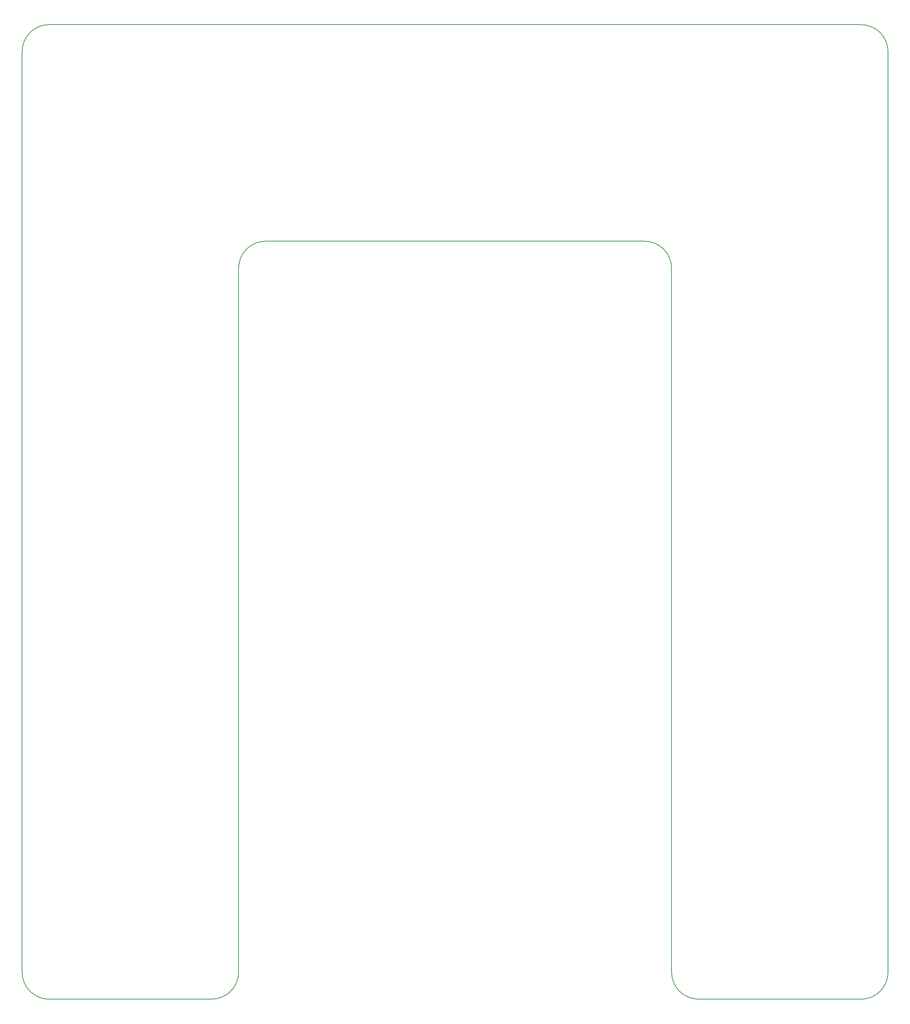
<source format=gbr>
G04 #@! TF.GenerationSoftware,KiCad,Pcbnew,5.1.4-e60b266~84~ubuntu19.04.1*
G04 #@! TF.CreationDate,2019-10-22T08:35:31-04:00*
G04 #@! TF.ProjectId,Forward_acceleration_board,466f7277-6172-4645-9f61-6363656c6572,rev?*
G04 #@! TF.SameCoordinates,Original*
G04 #@! TF.FileFunction,Profile,NP*
%FSLAX46Y46*%
G04 Gerber Fmt 4.6, Leading zero omitted, Abs format (unit mm)*
G04 Created by KiCad (PCBNEW 5.1.4-e60b266~84~ubuntu19.04.1) date 2019-10-22 08:35:31*
%MOMM*%
%LPD*%
G04 APERTURE LIST*
%ADD10C,0.200000*%
G04 APERTURE END LIST*
D10*
X234975000Y-89425000D02*
X234975000Y-254525000D01*
X285775000Y-254525000D02*
G75*
G02X279425000Y-260875000I-6350000J0D01*
G01*
X82575000Y-38625000D02*
X82575000Y-254525000D01*
X133375000Y-89425000D02*
G75*
G02X139725000Y-83075000I6350000J0D01*
G01*
X241325000Y-260875000D02*
X279425000Y-260875000D01*
X133375000Y-254525000D02*
G75*
G02X127025000Y-260875000I-6350000J0D01*
G01*
X241325000Y-260875000D02*
G75*
G02X234975000Y-254525000I0J6350000D01*
G01*
X279425000Y-32275000D02*
X88925000Y-32275000D01*
X139725000Y-83075000D02*
X228625000Y-83075000D01*
X82575000Y-38625000D02*
G75*
G02X88925000Y-32275000I6350000J0D01*
G01*
X228625000Y-83075000D02*
G75*
G02X234975000Y-89425000I0J-6350000D01*
G01*
X279425000Y-32275000D02*
G75*
G02X285775000Y-38625000I0J-6350000D01*
G01*
X285775000Y-254525000D02*
X285775000Y-38625000D01*
X88925000Y-260875000D02*
G75*
G02X82575000Y-254525000I0J6350000D01*
G01*
X133375000Y-254525000D02*
X133375000Y-89425000D01*
X88925000Y-260875000D02*
X127025000Y-260875000D01*
M02*

</source>
